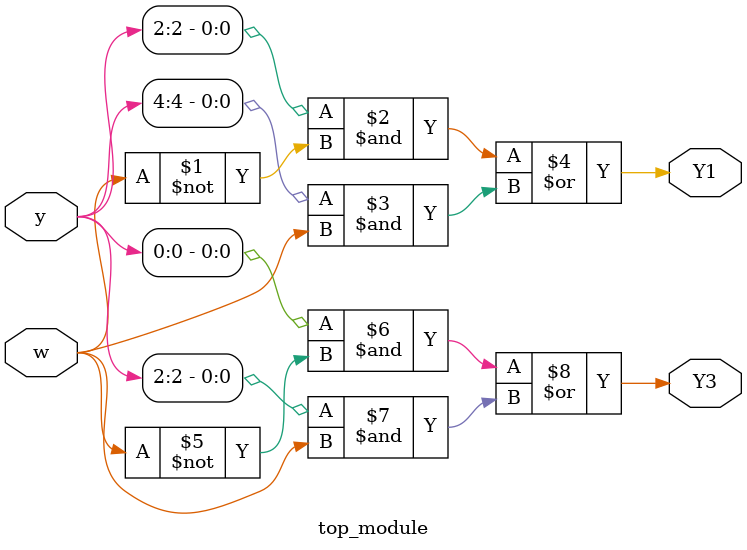
<source format=sv>
module top_module (
	input [5:0] y,
	input w,
	output Y1,
	output Y3
);
	
	// flip-flop Y1
	assign Y1 = (y[2] & ~w) | (y[4] & w);
	
	// flip-flop Y3
	assign Y3 = (y[0] & ~w) | (y[2] & w);

endmodule

</source>
